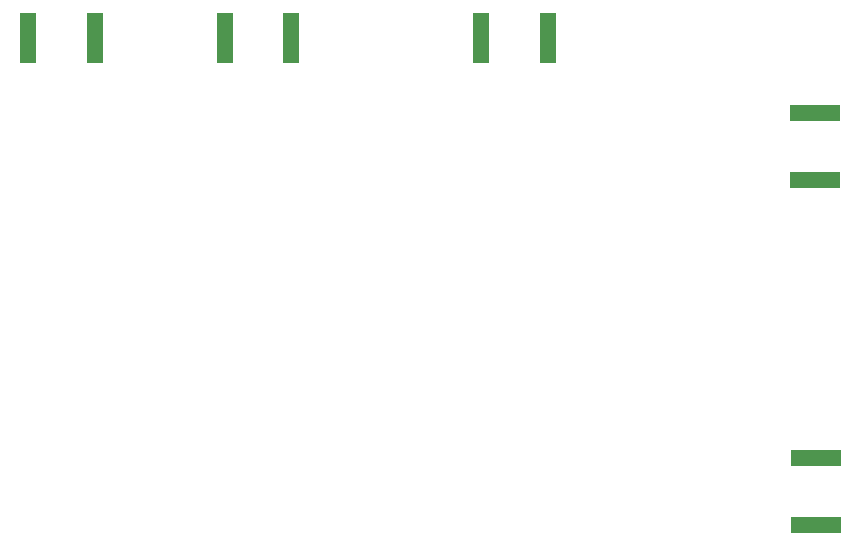
<source format=gbp>
G04*
G04 #@! TF.GenerationSoftware,Altium Limited,Altium Designer,23.8.1 (32)*
G04*
G04 Layer_Color=128*
%FSLAX25Y25*%
%MOIN*%
G70*
G04*
G04 #@! TF.SameCoordinates,93D85A25-96AA-4E13-9423-ABE69869F54E*
G04*
G04*
G04 #@! TF.FilePolarity,Positive*
G04*
G01*
G75*
%ADD84R,0.05315X0.16535*%
%ADD86R,0.16535X0.05315*%
D84*
X430000Y408500D02*
D03*
X452244D02*
D03*
X495378Y408713D02*
D03*
X517622D02*
D03*
X580878D02*
D03*
X603122D02*
D03*
D86*
X692213Y383622D02*
D03*
Y361378D02*
D03*
X692500Y268500D02*
D03*
Y246256D02*
D03*
M02*

</source>
